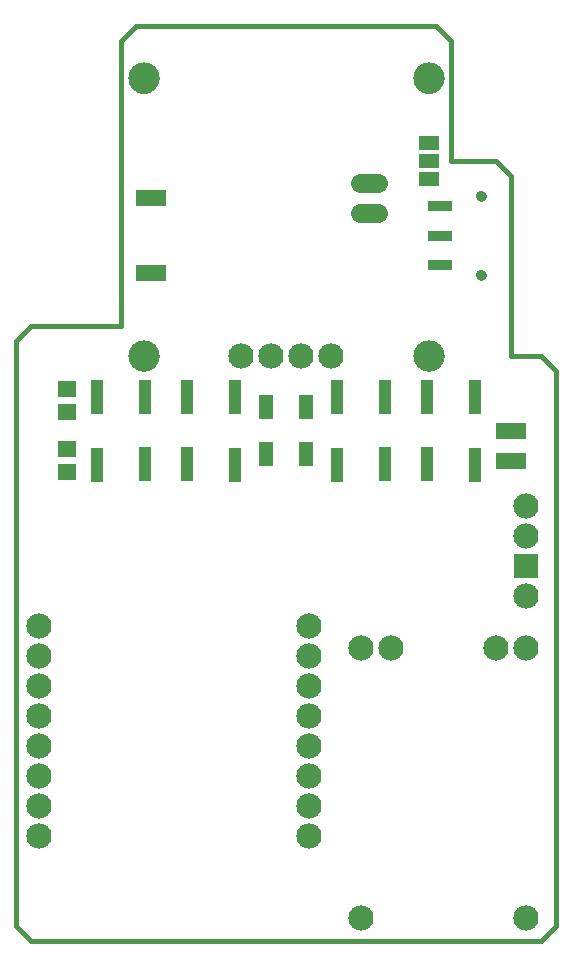
<source format=gts>
G75*
%MOIN*%
%OFA0B0*%
%FSLAX24Y24*%
%IPPOS*%
%LPD*%
%AMOC8*
5,1,8,0,0,1.08239X$1,22.5*
%
%ADD10C,0.0160*%
%ADD11C,0.0000*%
%ADD12C,0.1040*%
%ADD13R,0.0434X0.1123*%
%ADD14R,0.0473X0.0827*%
%ADD15C,0.0840*%
%ADD16C,0.0640*%
%ADD17R,0.0670X0.0500*%
%ADD18R,0.0631X0.0552*%
%ADD19R,0.0840X0.0840*%
%ADD20C,0.0355*%
%ADD21R,0.0827X0.0355*%
%ADD22R,0.1040X0.0540*%
D10*
X000180Y001125D02*
X000680Y000625D01*
X017680Y000625D01*
X018180Y001125D01*
X018180Y019625D01*
X017680Y020125D01*
X016680Y020125D01*
X016680Y026125D01*
X016180Y026625D01*
X014680Y026625D01*
X014680Y030625D01*
X014180Y031125D01*
X004180Y031125D01*
X003680Y030625D01*
X003680Y021125D01*
X000680Y021125D01*
X000180Y020625D01*
X000180Y001125D01*
D11*
X003930Y020125D02*
X003932Y020169D01*
X003938Y020213D01*
X003948Y020256D01*
X003961Y020298D01*
X003978Y020339D01*
X003999Y020378D01*
X004023Y020415D01*
X004050Y020450D01*
X004080Y020482D01*
X004113Y020512D01*
X004149Y020538D01*
X004186Y020562D01*
X004226Y020581D01*
X004267Y020598D01*
X004310Y020610D01*
X004353Y020619D01*
X004397Y020624D01*
X004441Y020625D01*
X004485Y020622D01*
X004529Y020615D01*
X004572Y020604D01*
X004614Y020590D01*
X004654Y020572D01*
X004693Y020550D01*
X004729Y020526D01*
X004763Y020498D01*
X004795Y020467D01*
X004824Y020433D01*
X004850Y020397D01*
X004872Y020359D01*
X004891Y020319D01*
X004906Y020277D01*
X004918Y020235D01*
X004926Y020191D01*
X004930Y020147D01*
X004930Y020103D01*
X004926Y020059D01*
X004918Y020015D01*
X004906Y019973D01*
X004891Y019931D01*
X004872Y019891D01*
X004850Y019853D01*
X004824Y019817D01*
X004795Y019783D01*
X004763Y019752D01*
X004729Y019724D01*
X004693Y019700D01*
X004654Y019678D01*
X004614Y019660D01*
X004572Y019646D01*
X004529Y019635D01*
X004485Y019628D01*
X004441Y019625D01*
X004397Y019626D01*
X004353Y019631D01*
X004310Y019640D01*
X004267Y019652D01*
X004226Y019669D01*
X004186Y019688D01*
X004149Y019712D01*
X004113Y019738D01*
X004080Y019768D01*
X004050Y019800D01*
X004023Y019835D01*
X003999Y019872D01*
X003978Y019911D01*
X003961Y019952D01*
X003948Y019994D01*
X003938Y020037D01*
X003932Y020081D01*
X003930Y020125D01*
X003930Y029375D02*
X003932Y029419D01*
X003938Y029463D01*
X003948Y029506D01*
X003961Y029548D01*
X003978Y029589D01*
X003999Y029628D01*
X004023Y029665D01*
X004050Y029700D01*
X004080Y029732D01*
X004113Y029762D01*
X004149Y029788D01*
X004186Y029812D01*
X004226Y029831D01*
X004267Y029848D01*
X004310Y029860D01*
X004353Y029869D01*
X004397Y029874D01*
X004441Y029875D01*
X004485Y029872D01*
X004529Y029865D01*
X004572Y029854D01*
X004614Y029840D01*
X004654Y029822D01*
X004693Y029800D01*
X004729Y029776D01*
X004763Y029748D01*
X004795Y029717D01*
X004824Y029683D01*
X004850Y029647D01*
X004872Y029609D01*
X004891Y029569D01*
X004906Y029527D01*
X004918Y029485D01*
X004926Y029441D01*
X004930Y029397D01*
X004930Y029353D01*
X004926Y029309D01*
X004918Y029265D01*
X004906Y029223D01*
X004891Y029181D01*
X004872Y029141D01*
X004850Y029103D01*
X004824Y029067D01*
X004795Y029033D01*
X004763Y029002D01*
X004729Y028974D01*
X004693Y028950D01*
X004654Y028928D01*
X004614Y028910D01*
X004572Y028896D01*
X004529Y028885D01*
X004485Y028878D01*
X004441Y028875D01*
X004397Y028876D01*
X004353Y028881D01*
X004310Y028890D01*
X004267Y028902D01*
X004226Y028919D01*
X004186Y028938D01*
X004149Y028962D01*
X004113Y028988D01*
X004080Y029018D01*
X004050Y029050D01*
X004023Y029085D01*
X003999Y029122D01*
X003978Y029161D01*
X003961Y029202D01*
X003948Y029244D01*
X003938Y029287D01*
X003932Y029331D01*
X003930Y029375D01*
X013430Y029375D02*
X013432Y029419D01*
X013438Y029463D01*
X013448Y029506D01*
X013461Y029548D01*
X013478Y029589D01*
X013499Y029628D01*
X013523Y029665D01*
X013550Y029700D01*
X013580Y029732D01*
X013613Y029762D01*
X013649Y029788D01*
X013686Y029812D01*
X013726Y029831D01*
X013767Y029848D01*
X013810Y029860D01*
X013853Y029869D01*
X013897Y029874D01*
X013941Y029875D01*
X013985Y029872D01*
X014029Y029865D01*
X014072Y029854D01*
X014114Y029840D01*
X014154Y029822D01*
X014193Y029800D01*
X014229Y029776D01*
X014263Y029748D01*
X014295Y029717D01*
X014324Y029683D01*
X014350Y029647D01*
X014372Y029609D01*
X014391Y029569D01*
X014406Y029527D01*
X014418Y029485D01*
X014426Y029441D01*
X014430Y029397D01*
X014430Y029353D01*
X014426Y029309D01*
X014418Y029265D01*
X014406Y029223D01*
X014391Y029181D01*
X014372Y029141D01*
X014350Y029103D01*
X014324Y029067D01*
X014295Y029033D01*
X014263Y029002D01*
X014229Y028974D01*
X014193Y028950D01*
X014154Y028928D01*
X014114Y028910D01*
X014072Y028896D01*
X014029Y028885D01*
X013985Y028878D01*
X013941Y028875D01*
X013897Y028876D01*
X013853Y028881D01*
X013810Y028890D01*
X013767Y028902D01*
X013726Y028919D01*
X013686Y028938D01*
X013649Y028962D01*
X013613Y028988D01*
X013580Y029018D01*
X013550Y029050D01*
X013523Y029085D01*
X013499Y029122D01*
X013478Y029161D01*
X013461Y029202D01*
X013448Y029244D01*
X013438Y029287D01*
X013432Y029331D01*
X013430Y029375D01*
X015523Y025444D02*
X015525Y025469D01*
X015531Y025493D01*
X015540Y025515D01*
X015553Y025536D01*
X015569Y025555D01*
X015588Y025571D01*
X015609Y025584D01*
X015631Y025593D01*
X015655Y025599D01*
X015680Y025601D01*
X015705Y025599D01*
X015729Y025593D01*
X015751Y025584D01*
X015772Y025571D01*
X015791Y025555D01*
X015807Y025536D01*
X015820Y025515D01*
X015829Y025493D01*
X015835Y025469D01*
X015837Y025444D01*
X015835Y025419D01*
X015829Y025395D01*
X015820Y025373D01*
X015807Y025352D01*
X015791Y025333D01*
X015772Y025317D01*
X015751Y025304D01*
X015729Y025295D01*
X015705Y025289D01*
X015680Y025287D01*
X015655Y025289D01*
X015631Y025295D01*
X015609Y025304D01*
X015588Y025317D01*
X015569Y025333D01*
X015553Y025352D01*
X015540Y025373D01*
X015531Y025395D01*
X015525Y025419D01*
X015523Y025444D01*
X015523Y022806D02*
X015525Y022831D01*
X015531Y022855D01*
X015540Y022877D01*
X015553Y022898D01*
X015569Y022917D01*
X015588Y022933D01*
X015609Y022946D01*
X015631Y022955D01*
X015655Y022961D01*
X015680Y022963D01*
X015705Y022961D01*
X015729Y022955D01*
X015751Y022946D01*
X015772Y022933D01*
X015791Y022917D01*
X015807Y022898D01*
X015820Y022877D01*
X015829Y022855D01*
X015835Y022831D01*
X015837Y022806D01*
X015835Y022781D01*
X015829Y022757D01*
X015820Y022735D01*
X015807Y022714D01*
X015791Y022695D01*
X015772Y022679D01*
X015751Y022666D01*
X015729Y022657D01*
X015705Y022651D01*
X015680Y022649D01*
X015655Y022651D01*
X015631Y022657D01*
X015609Y022666D01*
X015588Y022679D01*
X015569Y022695D01*
X015553Y022714D01*
X015540Y022735D01*
X015531Y022757D01*
X015525Y022781D01*
X015523Y022806D01*
X013430Y020125D02*
X013432Y020169D01*
X013438Y020213D01*
X013448Y020256D01*
X013461Y020298D01*
X013478Y020339D01*
X013499Y020378D01*
X013523Y020415D01*
X013550Y020450D01*
X013580Y020482D01*
X013613Y020512D01*
X013649Y020538D01*
X013686Y020562D01*
X013726Y020581D01*
X013767Y020598D01*
X013810Y020610D01*
X013853Y020619D01*
X013897Y020624D01*
X013941Y020625D01*
X013985Y020622D01*
X014029Y020615D01*
X014072Y020604D01*
X014114Y020590D01*
X014154Y020572D01*
X014193Y020550D01*
X014229Y020526D01*
X014263Y020498D01*
X014295Y020467D01*
X014324Y020433D01*
X014350Y020397D01*
X014372Y020359D01*
X014391Y020319D01*
X014406Y020277D01*
X014418Y020235D01*
X014426Y020191D01*
X014430Y020147D01*
X014430Y020103D01*
X014426Y020059D01*
X014418Y020015D01*
X014406Y019973D01*
X014391Y019931D01*
X014372Y019891D01*
X014350Y019853D01*
X014324Y019817D01*
X014295Y019783D01*
X014263Y019752D01*
X014229Y019724D01*
X014193Y019700D01*
X014154Y019678D01*
X014114Y019660D01*
X014072Y019646D01*
X014029Y019635D01*
X013985Y019628D01*
X013941Y019625D01*
X013897Y019626D01*
X013853Y019631D01*
X013810Y019640D01*
X013767Y019652D01*
X013726Y019669D01*
X013686Y019688D01*
X013649Y019712D01*
X013613Y019738D01*
X013580Y019768D01*
X013550Y019800D01*
X013523Y019835D01*
X013499Y019872D01*
X013478Y019911D01*
X013461Y019952D01*
X013448Y019994D01*
X013438Y020037D01*
X013432Y020081D01*
X013430Y020125D01*
D12*
X013930Y020125D03*
X013930Y029375D03*
X004430Y029375D03*
X004430Y020125D03*
D13*
X004467Y018743D03*
X004467Y016507D03*
X005893Y016507D03*
X005893Y018743D03*
X007467Y018757D03*
X007467Y016493D03*
X010893Y016493D03*
X010893Y018757D03*
X012467Y018743D03*
X012467Y016507D03*
X013893Y016507D03*
X013893Y018743D03*
X015467Y018757D03*
X015467Y016493D03*
X002893Y016493D03*
X002893Y018757D03*
D14*
X008511Y018412D03*
X008511Y016838D03*
X009849Y016838D03*
X009849Y018412D03*
D15*
X009680Y020125D03*
X008680Y020125D03*
X007680Y020125D03*
X010680Y020125D03*
X009930Y011125D03*
X009930Y010125D03*
X009930Y009125D03*
X009930Y008125D03*
X009930Y007125D03*
X009930Y006125D03*
X009930Y005125D03*
X009930Y004125D03*
X011680Y001375D03*
X011680Y010375D03*
X012680Y010375D03*
X016180Y010375D03*
X017180Y010375D03*
X017180Y012125D03*
X017180Y014125D03*
X017180Y015125D03*
X017180Y001375D03*
X000930Y004125D03*
X000930Y005125D03*
X000930Y006125D03*
X000930Y007125D03*
X000930Y008125D03*
X000930Y009125D03*
X000930Y010125D03*
X000930Y011125D03*
D16*
X011630Y024875D02*
X012230Y024875D01*
X012230Y025875D02*
X011630Y025875D01*
D17*
X013930Y026025D03*
X013930Y026625D03*
X013930Y027225D03*
D18*
X001880Y018999D03*
X001880Y018251D03*
X001880Y016999D03*
X001880Y016251D03*
D19*
X017180Y013125D03*
D20*
X015680Y022806D03*
X015680Y025444D03*
D21*
X014302Y025109D03*
X014302Y024125D03*
X014302Y023141D03*
D22*
X016680Y017625D03*
X016680Y016625D03*
X004680Y022875D03*
X004680Y025375D03*
M02*

</source>
